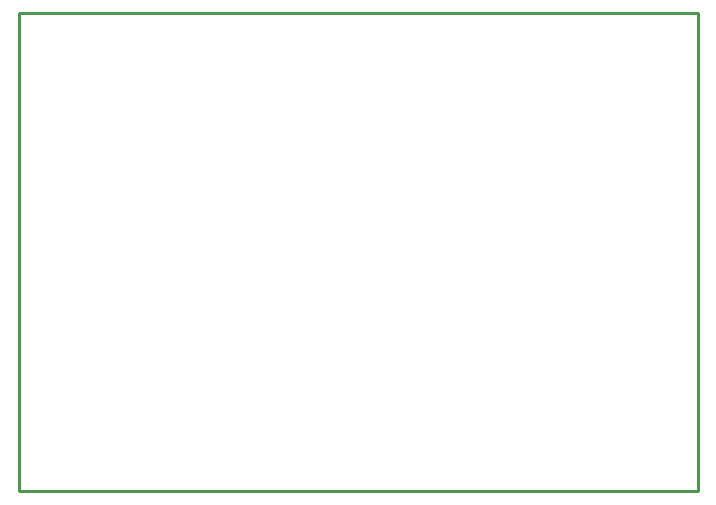
<source format=gko>
G04 Layer: BoardOutlineLayer*
G04 EasyEDA v6.5.48, 2025-03-18 13:34:47*
G04 7eabae28df64481683c8fee008179a12,87df033457c64ae98c411226fbcdc187,10*
G04 Gerber Generator version 0.2*
G04 Scale: 100 percent, Rotated: No, Reflected: No *
G04 Dimensions in millimeters *
G04 leading zeros omitted , absolute positions ,4 integer and 5 decimal *
%FSLAX45Y45*%
%MOMM*%

%ADD10C,0.2540*%
D10*
X16853560Y2011908D02*
G01*
X16853560Y2011908D01*
X16853560Y4234408D01*
X22606660Y4234408D01*
X22606660Y183108D01*
X16853560Y183108D01*
X16853560Y2011908D01*

%LPD*%
M02*

</source>
